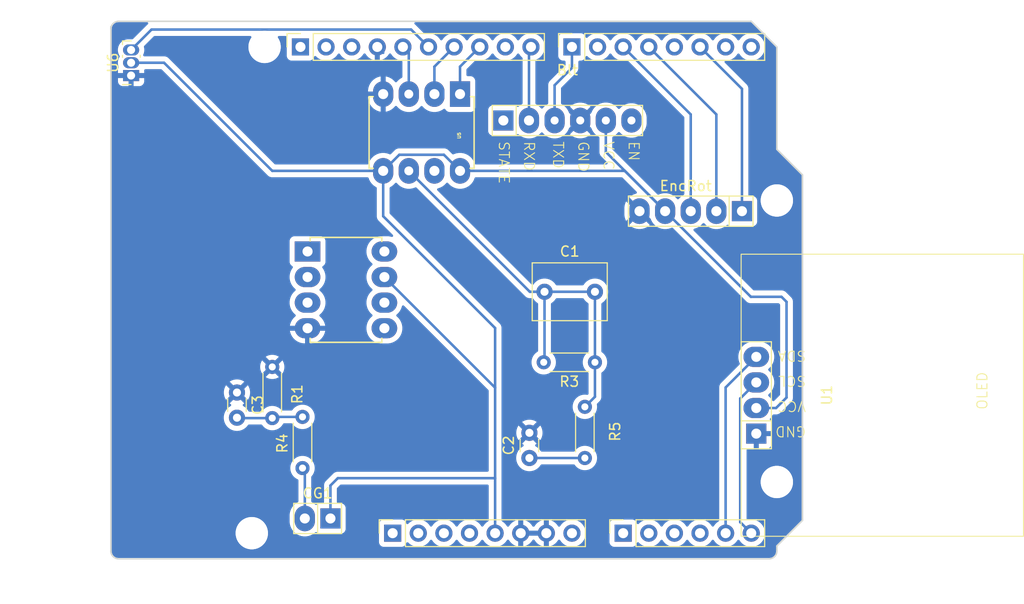
<source format=kicad_pcb>
(kicad_pcb (version 20241229) (generator "pcbnew") (generator_version "9.0")
  (title_block (date "mar. 31 mars 2015"))
  (layers (0 "F.Cu" signal) (2 "B.Cu" signal) (13 "F.Paste" user) (15 "B.Paste" user) (5 "F.SilkS" user "F.Silkscreen") (7 "B.SilkS" user "B.Silkscreen") (1 "F.Mask" user) (3 "B.Mask" user) (25 "Edge.Cuts" user))
  (net 0 "")
  (net 1 "GND")
  (net 3 "+5V")
  (net 4 "/IOREF")
  (net 5 "/A0")
  (net 6 "/A1")
  (net 7 "/A2")
  (net 8 "/A3")
  (net 9 "/AREF")
  (net 10 "/*9")
  (net 11 "/*6")
  (net 12 "/TX{slash}1")
  (net 13 "/*3")
  (net 14 "/RX{slash}0")
  (net 15 "+3V3")
  (net 16 "VCC")
  (net 17 "/~{RESET}")
  (net 18 "TXD")
  (net 19 "SCL")
  (net 20 "RXD")
  (net 21 "SDA")
  (net 24 "CLK")
  (net 25 "DT")
  (net 26 "SW")
  (net 27 "ADC")
  (net 28 "Net-(CG1-Pad2)")
  (net 29 "SDI")
  (net 30 "SCK")
  (net 31 "SS")
  (net 32 "/A5")
  (net 33 "/A4")
  (net 34 "Net-(LTC1050--IN)")
  (net 35 "Net-(LTC1050-OUT)")
  (net 36 "Net-(LTC1050-+IN)")
  (net 37 "PWR")
  (net 41 "Net-(U4-OUT)")
  (net 42 "Net-(U4--IN)")
  (net 43 "Net-(U4-+IN)")
  (footprint "Connector_PinSocket_2.54mm:PinSocket_1x08_P2.54mm_Vertical" (layer "F.Cu") (at 127.94 97.46 90)
    (property "Reference" "J1" (hide yes))
    (property "Value" "Power")
    (fp_line (start 1.33 -1.33) (end 1.33 0) (stroke (width 0.12)) (layer "F.SilkS"))
    (fp_line (start 0 -1.33) (end 1.33 -1.33) (stroke (width 0.12)) (layer "F.SilkS"))
    (fp_line (start 1.33 1.27) (end 1.33 19.11) (stroke (width 0.12)) (layer "F.SilkS"))
    (fp_line (start -1.33 1.27) (end 1.33 1.27) (stroke (width 0.12)) (layer "F.SilkS"))
    (fp_line (start -1.33 1.27) (end -1.33 19.11) (stroke (width 0.12)) (layer "F.SilkS"))
    (fp_line (start -1.33 19.11) (end 1.33 19.11) (stroke (width 0.12)) (layer "F.SilkS"))
    (pad "1" thru_hole rect (at 0 0 90) (size 1.7 1.7) (drill 1) (layers "*.Cu" "*.Mask"))
    (pad "2" thru_hole oval (at 0 2.54 90) (size 1.7 1.7) (drill 1) (layers "*.Cu" "*.Mask") (net 4 "/IOREF"))
    (pad "3" thru_hole oval (at 0 5.08 90) (size 1.7 1.7) (drill 1) (layers "*.Cu" "*.Mask") (net 17 "/~{RESET}"))
    (pad "4" thru_hole oval (at 0 7.62 90) (size 1.7 1.7) (drill 1) (layers "*.Cu" "*.Mask") (net 15 "+3V3"))
    (pad "5" thru_hole oval (at 0 10.16 90) (size 1.7 1.7) (drill 1) (layers "*.Cu" "*.Mask") (net 3 "+5V"))
    (pad "6" thru_hole oval (at 0 12.7 90) (size 1.7 1.7) (drill 1) (layers "*.Cu" "*.Mask") (net 1 "GND"))
    (pad "7" thru_hole oval (at 0 15.24 90) (size 1.7 1.7) (drill 1) (layers "*.Cu" "*.Mask") (net 1 "GND"))
    (pad "8" thru_hole oval (at 0 17.78 90) (size 1.7 1.7) (drill 1) (layers "*.Cu" "*.Mask") (net 16 "VCC"))
  )
  (footprint "Connector_PinSocket_2.54mm:PinSocket_1x06_P2.54mm_Vertical" (layer "F.Cu") (at 150.8 97.46 90)
    (property "Reference" "J3" (hide yes))
    (property "Value" "Analog")
    (fp_line (start 1.33 -1.33) (end 1.33 0) (stroke (width 0.12)) (layer "F.SilkS"))
    (fp_line (start 0 -1.33) (end 1.33 -1.33) (stroke (width 0.12)) (layer "F.SilkS"))
    (fp_line (start 1.33 1.27) (end 1.33 14.03) (stroke (width 0.12)) (layer "F.SilkS"))
    (fp_line (start -1.33 1.27) (end 1.33 1.27) (stroke (width 0.12)) (layer "F.SilkS"))
    (fp_line (start -1.33 1.27) (end -1.33 14.03) (stroke (width 0.12)) (layer "F.SilkS"))
    (fp_line (start -1.33 14.03) (end 1.33 14.03) (stroke (width 0.12)) (layer "F.SilkS"))
    (pad "1" thru_hole rect (at 0 0 90) (size 1.7 1.7) (drill 1) (layers "*.Cu" "*.Mask") (net 5 "/A0"))
    (pad "2" thru_hole oval (at 0 2.54 90) (size 1.7 1.7) (drill 1) (layers "*.Cu" "*.Mask") (net 6 "/A1"))
    (pad "3" thru_hole oval (at 0 5.08 90) (size 1.7 1.7) (drill 1) (layers "*.Cu" "*.Mask") (net 7 "/A2"))
    (pad "4" thru_hole oval (at 0 7.62 90) (size 1.7 1.7) (drill 1) (layers "*.Cu" "*.Mask") (net 8 "/A3"))
    (pad "5" thru_hole oval (at 0 10.16 90) (size 1.7 1.7) (drill 1) (layers "*.Cu" "*.Mask") (net 21 "SDA"))
    (pad "6" thru_hole oval (at 0 12.7 90) (size 1.7 1.7) (drill 1) (layers "*.Cu" "*.Mask") (net 19 "SCL"))
  )
  (footprint "Connector_PinSocket_2.54mm:PinSocket_1x10_P2.54mm_Vertical" (layer "F.Cu") (at 118.796 49.2 90)
    (property "Reference" "J2" (hide yes))
    (property "Value" "Digital/PWM")
    (fp_line (start 1.33 -1.33) (end 1.33 0) (stroke (width 0.12)) (layer "F.SilkS"))
    (fp_line (start 0 -1.33) (end 1.33 -1.33) (stroke (width 0.12)) (layer "F.SilkS"))
    (fp_line (start 1.33 1.27) (end 1.33 24.19) (stroke (width 0.12)) (layer "F.SilkS"))
    (fp_line (start -1.33 1.27) (end 1.33 1.27) (stroke (width 0.12)) (layer "F.SilkS"))
    (fp_line (start -1.33 1.27) (end -1.33 24.19) (stroke (width 0.12)) (layer "F.SilkS"))
    (fp_line (start -1.33 24.19) (end 1.33 24.19) (stroke (width 0.12)) (layer "F.SilkS"))
    (pad "1" thru_hole rect (at 0 0 90) (size 1.7 1.7) (drill 1) (layers "*.Cu" "*.Mask") (net 32 "/A5"))
    (pad "2" thru_hole oval (at 0 2.54 90) (size 1.7 1.7) (drill 1) (layers "*.Cu" "*.Mask") (net 33 "/A4"))
    (pad "3" thru_hole oval (at 0 5.08 90) (size 1.7 1.7) (drill 1) (layers "*.Cu" "*.Mask") (net 9 "/AREF"))
    (pad "4" thru_hole oval (at 0 7.62 90) (size 1.7 1.7) (drill 1) (layers "*.Cu" "*.Mask") (net 1 "GND"))
    (pad "5" thru_hole oval (at 0 10.16 90) (size 1.7 1.7) (drill 1) (layers "*.Cu" "*.Mask") (net 29 "SDI"))
    (pad "6" thru_hole oval (at 0 12.7 90) (size 1.7 1.7) (drill 1) (layers "*.Cu" "*.Mask") (net 37 "PWR"))
    (pad "7" thru_hole oval (at 0 15.24 90) (size 1.7 1.7) (drill 1) (layers "*.Cu" "*.Mask") (net 30 "SCK"))
    (pad "8" thru_hole oval (at 0 17.78 90) (size 1.7 1.7) (drill 1) (layers "*.Cu" "*.Mask") (net 31 "SS"))
    (pad "9" thru_hole oval (at 0 20.32 90) (size 1.7 1.7) (drill 1) (layers "*.Cu" "*.Mask") (net 10 "/*9"))
    (pad "10" thru_hole oval (at 0 22.86 90) (size 1.7 1.7) (drill 1) (layers "*.Cu" "*.Mask") (net 20 "RXD"))
  )
  (footprint "Connector_PinSocket_2.54mm:PinSocket_1x08_P2.54mm_Vertical" (layer "F.Cu") (at 145.72 49.2 90)
    (property "Reference" "J4" (hide yes))
    (property "Value" "Digital/PWM")
    (fp_line (start 1.33 -1.33) (end 1.33 0) (stroke (width 0.12)) (layer "F.SilkS"))
    (fp_line (start 0 -1.33) (end 1.33 -1.33) (stroke (width 0.12)) (layer "F.SilkS"))
    (fp_line (start 1.33 1.27) (end 1.33 19.11) (stroke (width 0.12)) (layer "F.SilkS"))
    (fp_line (start -1.33 1.27) (end 1.33 1.27) (stroke (width 0.12)) (layer "F.SilkS"))
    (fp_line (start -1.33 1.27) (end -1.33 19.11) (stroke (width 0.12)) (layer "F.SilkS"))
    (fp_line (start -1.33 19.11) (end 1.33 19.11) (stroke (width 0.12)) (layer "F.SilkS"))
    (pad "1" thru_hole rect (at 0 0 90) (size 1.7 1.7) (drill 1) (layers "*.Cu" "*.Mask") (net 18 "TXD"))
    (pad "2" thru_hole oval (at 0 2.54 90) (size 1.7 1.7) (drill 1) (layers "*.Cu" "*.Mask") (net 11 "/*6"))
    (pad "3" thru_hole oval (at 0 5.08 90) (size 1.7 1.7) (drill 1) (layers "*.Cu" "*.Mask") (net 26 "SW"))
    (pad "4" thru_hole oval (at 0 7.62 90) (size 1.7 1.7) (drill 1) (layers "*.Cu" "*.Mask") (net 25 "DT"))
    (pad "5" thru_hole oval (at 0 10.16 90) (size 1.7 1.7) (drill 1) (layers "*.Cu" "*.Mask") (net 13 "/*3"))
    (pad "6" thru_hole oval (at 0 12.7 90) (size 1.7 1.7) (drill 1) (layers "*.Cu" "*.Mask") (net 24 "CLK"))
    (pad "7" thru_hole oval (at 0 15.24 90) (size 1.7 1.7) (drill 1) (layers "*.Cu" "*.Mask") (net 12 "/TX{slash}1"))
    (pad "8" thru_hole oval (at 0 17.78 90) (size 1.7 1.7) (drill 1) (layers "*.Cu" "*.Mask") (net 14 "/RX{slash}0"))
  )
  (footprint "emprente:ENCODEUR ROTATION" (layer "F.Cu") (at 157.5 65.5 180)
    (property "Reference" "EncRot" (at 0.5 2.5 0) (layer "F.SilkS"))
    (property "Value" "~")
    (fp_line (start 6.18 1.5) (end -6.18 1.5) (stroke (width 0.12)) (layer "F.SilkS"))
    (fp_line (start 6.18 -1.5) (end 6.18 1.5) (stroke (width 0.12)) (layer "F.SilkS"))
    (fp_line (start -3.81 -1.5) (end -3.81 1.5) (stroke (width 0.12)) (layer "F.SilkS"))
    (fp_line (start -6.18 1.5) (end -6.18 -1.5) (stroke (width 0.12)) (layer "F.SilkS"))
    (fp_line (start -6.18 -1.5) (end 6.18 -1.5) (stroke (width 0.12)) (layer "F.SilkS"))
    (pad "1" thru_hole rect (at -5.08 0 180) (size 2 2) (drill 1) (layers "*.Cu" "*.Mask") (net 24 "CLK"))
    (pad "2" thru_hole oval (at -2.54 0 180) (size 2 2.54) (drill 1) (layers "*.Cu" "*.Mask") (net 25 "DT"))
    (pad "3" thru_hole oval (at 0 0 180) (size 2 2.54) (drill 1) (layers "*.Cu" "*.Mask") (net 26 "SW"))
    (pad "4" thru_hole oval (at 2.54 0 180) (size 2 2.54) (drill 1) (layers "*.Cu" "*.Mask") (net 3 "+5V"))
    (pad "5" thru_hole oval (at 5.08 0 180) (size 2 2.54) (drill 1) (layers "*.Cu" "*.Mask") (net 1 "GND"))
  )
  (footprint "My_footprints_Librairy:SIP-2" (layer "F.Cu") (at 120.5 96 180)
    (property "Reference" "CG1" (at 0 2.5 0) (layer "F.SilkS"))
    (property "Value" "~")
    (fp_line (start 2.37 1.5) (end -2.37 1.5) (stroke (width 0.12)) (layer "F.SilkS"))
    (fp_line (start 2.37 -1.5) (end 2.37 1.5) (stroke (width 0.12)) (layer "F.SilkS"))
    (fp_line (start 0 -1.5) (end 0 1.5) (stroke (width 0.12)) (layer "F.SilkS"))
    (fp_line (start -2.37 1.5) (end -2.37 -1.5) (stroke (width 0.12)) (layer "F.SilkS"))
    (fp_line (start -2.37 -1.5) (end 2.37 -1.5) (stroke (width 0.12)) (layer "F.SilkS"))
    (pad "1" thru_hole rect (at -1.27 0 180) (size 2 2) (drill 1) (layers "*.Cu" "*.Mask") (net 3 "+5V"))
    (pad "2" thru_hole oval (at 1.27 0 180) (size 2 2.54) (drill 1) (layers "*.Cu" "*.Mask") (net 28 "Net-(CG1-Pad2)"))
  )
  (footprint "Capacitor_THT:C_Rect_L7.2mm_W5.5mm_P5.00mm_FKS2_FKP2_MKS2_MKP2" (layer "F.Cu") (at 143 73.5)
    (property "Reference" "C1" (at 2.5 -4 0) (layer "F.SilkS"))
    (property "Value" "1u")
    (fp_line (start -1.22 -2.87) (end -1.22 2.87) (stroke (width 0.12)) (layer "F.SilkS"))
    (fp_line (start -1.22 -2.87) (end 6.22 -2.87) (stroke (width 0.12)) (layer "F.SilkS"))
    (fp_line (start -1.22 2.87) (end 6.22 2.87) (stroke (width 0.12)) (layer "F.SilkS"))
    (fp_line (start 6.22 -2.87) (end 6.22 2.87) (stroke (width 0.12)) (layer "F.SilkS"))
    (pad "1" thru_hole circle (at 0 0) (size 1.6 1.6) (drill 0.8) (layers "*.Cu" "*.Mask") (net 34 "Net-(LTC1050--IN)"))
    (pad "2" thru_hole circle (at 5 0) (size 1.6 1.6) (drill 0.8) (layers "*.Cu" "*.Mask") (net 35 "Net-(LTC1050-OUT)"))
  )
  (footprint "Arduino_MountingHole:MountingHole_3.2mm" (layer "F.Cu") (at 115.24 49.2)
    (property "Reference" "MH1" (hide yes))
    (property "Value" "MountingHole_3.2mm" (hide yes))
    (pad "" np_thru_hole circle (at 0 0) (size 3.2 3.2) (drill 3.2) (layers "*.Cu" "*.Mask"))
  )
  (footprint "Resistor_THT:R_Axial_DIN0204_L3.6mm_D1.6mm_P5.08mm_Horizontal" (layer "F.Cu") (at 116 80.96 -90)
    (property "Reference" "R1" (at 2.705 -2.48 90) (layer "F.SilkS"))
    (property "Value" "100k")
    (fp_line (start 0.62 0.92) (end 4.46 0.92) (stroke (width 0.12)) (layer "F.SilkS"))
    (fp_line (start 0.62 -0.92) (end 4.46 -0.92) (stroke (width 0.12)) (layer "F.SilkS"))
    (pad "1" thru_hole circle (at 0 0 270) (size 1.4 1.4) (drill 0.7) (layers "*.Cu" "*.Mask") (net 1 "GND"))
    (pad "2" thru_hole oval (at 5.08 0 270) (size 1.4 1.4) (drill 0.7) (layers "*.Cu" "*.Mask") (net 36 "Net-(LTC1050-+IN)"))
  )
  (footprint "LTC1050ACN8_PBF:PDIP-8_N" (layer "F.Cu") (at 127 61.5 -90)
    (property "Reference" "U5" (at -3.5 -7.54 90) (layer "F.SilkS") (effects (font (size 0.314961 0.314961))))
    (property "Value" "MCP41100")
    (fp_line (start -7.366 1.397) (end -0.254 1.397) (stroke (width 0.1524)) (layer "F.SilkS"))
    (fp_line (start -0.254 1.397) (end -0.254 0.9906) (stroke (width 0.1524)) (layer "F.SilkS"))
    (fp_line (start -7.366 0.9906) (end -7.366 1.397) (stroke (width 0.1524)) (layer "F.SilkS"))
    (fp_line (start -0.254 -8.6106) (end -0.254 -9.017) (stroke (width 0.1524)) (layer "F.SilkS"))
    (fp_line (start -7.366 -9.017) (end -7.366 -8.6614) (stroke (width 0.1524)) (layer "F.SilkS"))
    (fp_line (start -0.254 -9.017) (end -7.366 -9.017) (stroke (width 0.1524)) (layer "F.SilkS"))
    (pad "1" thru_hole rect (at -7.62 -7.62 270) (size 2.54 2) (drill 1) (layers "*.Cu" "*.Mask") (net 31 "SS"))
    (pad "2" thru_hole oval (at -7.62 -5.08 270) (size 2.54 2) (drill 1) (layers "*.Cu" "*.Mask") (net 30 "SCK"))
    (pad "3" thru_hole oval (at -7.62 -2.54 270) (size 2.54 2) (drill 0.889) (layers "*.Cu" "*.Mask") (net 29 "SDI"))
    (pad "4" thru_hole oval (at -7.62 0 270) (size 2.54 2) (drill 1) (layers "*.Cu" "*.Mask") (net 1 "GND"))
    (pad "5" thru_hole oval (at 0 0 270) (size 2.54 2) (drill 1) (layers "*.Cu" "*.Mask") (net 3 "+5V"))
    (pad "6" thru_hole oval (at 0 -2.54 270) (size 2.54 2) (drill 0.889) (layers "*.Cu" "*.Mask") (net 34 "Net-(LTC1050--IN)"))
    (pad "7" thru_hole oval (at 0 -5.08 270) (size 2.54 2) (drill 1) (layers "*.Cu" "*.Mask") (net 1 "GND"))
    (pad "8" thru_hole oval (at 0 -7.62 270) (size 2.54 2) (drill 1) (layers "*.Cu" "*.Mask") (net 3 "+5V"))
  )
  (footprint "Capacitor_THT:C_Disc_D3.0mm_W1.6mm_P2.50mm" (layer "F.Cu") (at 112.5 83.5 -90)
    (property "Reference" "C3" (at 1.25 -2.05 90) (layer "F.SilkS"))
    (property "Value" "100n")
    (fp_line (start 0.621 0.92) (end 1.879 0.92) (stroke (width 0.12)) (layer "F.SilkS"))
    (fp_line (start 0.621 -0.92) (end 1.879 -0.92) (stroke (width 0.12)) (layer "F.SilkS"))
    (pad "1" thru_hole circle (at 0 0 270) (size 1.6 1.6) (drill 0.8) (layers "*.Cu" "*.Mask") (net 1 "GND"))
    (pad "2" thru_hole circle (at 2.5 0 270) (size 1.6 1.6) (drill 0.8) (layers "*.Cu" "*.Mask") (net 36 "Net-(LTC1050-+IN)"))
  )
  (footprint "Resistor_THT:R_Axial_DIN0204_L3.6mm_D1.6mm_P5.08mm_Horizontal" (layer "F.Cu") (at 119 91 90)
    (property "Reference" "R4" (at 2.46 -2 90) (layer "F.SilkS"))
    (property "Value" "10k")
    (fp_line (start 0.62 -0.92) (end 4.46 -0.92) (stroke (width 0.12)) (layer "F.SilkS"))
    (fp_line (start 0.62 0.92) (end 4.46 0.92) (stroke (width 0.12)) (layer "F.SilkS"))
    (pad "1" thru_hole circle (at 0 0 90) (size 1.4 1.4) (drill 0.7) (layers "*.Cu" "*.Mask") (net 28 "Net-(CG1-Pad2)"))
    (pad "2" thru_hole oval (at 5.08 0 90) (size 1.4 1.4) (drill 0.7) (layers "*.Cu" "*.Mask") (net 36 "Net-(LTC1050-+IN)"))
  )
  (footprint "emprente:BLUETOOTH2" (layer "F.Cu") (at 145.27 56.5)
    (property "Reference" "Blt" (at 0 -5 0) (layer "F.SilkS"))
    (property "Value" "~")
    (fp_line (start -7.45 -1.5) (end 7.45 -1.5) (stroke (width 0.12)) (layer "F.SilkS"))
    (fp_line (start -7.45 1.5) (end -7.45 -1.5) (stroke (width 0.12)) (layer "F.SilkS"))
    (fp_line (start -5.08 -1.5) (end -5.08 1.5) (stroke (width 0.12)) (layer "F.SilkS"))
    (fp_line (start 7.45 -1.5) (end 7.45 1.5) (stroke (width 0.12)) (layer "F.SilkS"))
    (fp_line (start 7.45 1.5) (end -7.45 1.5) (stroke (width 0.12)) (layer "F.SilkS"))
    (fp_text user "VCC" (at 3.5 2 270) (layer "F.SilkS") (effects (font (thickness 0.1)) (justify left bottom)))
    (fp_text user "RXD" (at -4.38 2 270) (layer "F.SilkS") (effects (font (thickness 0.1)) (justify left bottom)))
    (fp_text user "STATE" (at -6.88 2 270) (layer "F.SilkS") (effects (font (thickness 0.1)) (justify left bottom)))
    (fp_text user "GND" (at 1 2 270) (layer "F.SilkS") (effects (font (thickness 0.1)) (justify left bottom)))
    (fp_text user "TXD" (at -1.5 2 270) (layer "F.SilkS") (effects (font (thickness 0.1)) (justify left bottom)))
    (fp_text user "EN" (at 6 2 270) (layer "F.SilkS") (effects (font (thickness 0.1)) (justify left bottom)))
    (pad "1" thru_hole rect (at -6.35 0) (size 2 2) (drill 1) (layers "*.Cu" "*.Mask"))
    (pad "2" thru_hole oval (at -3.81 0) (size 2 2.54) (drill 1) (layers "*.Cu" "*.Mask") (net 20 "RXD"))
    (pad "3" thru_hole oval (at -1.27 0) (size 2 2.54) (drill 0.8) (layers "*.Cu" "*.Mask") (net 18 "TXD"))
    (pad "4" thru_hole oval (at 1.27 0) (size 2 2.54) (drill 0.8) (layers "*.Cu" "*.Mask") (net 1 "GND"))
    (pad "5" thru_hole oval (at 3.81 0) (size 2 2.54) (drill 0.8) (layers "*.Cu" "*.Mask") (net 3 "+5V"))
    (pad "6" thru_hole oval (at 6.35 0) (size 2 2.4) (drill 0.8) (layers "*.Cu" "*.Mask"))
  )
  (footprint "emprente:SIP-4" (layer "F.Cu") (at 164 83.77 90)
    (property "Reference" "U1" (at 0 7 90) (layer "F.SilkS"))
    (property "Value" "~")
    (fp_line (start 5.31 -1.5) (end 5.31 1.5) (stroke (width 0.12)) (layer "F.SilkS"))
    (fp_line (start -2.54 -1.5) (end -2.54 1.5) (stroke (width 0.12)) (layer "F.SilkS"))
    (fp_line (start -5.31 -1.5) (end 5.31 -1.5) (stroke (width 0.12)) (layer "F.SilkS"))
    (fp_line (start 5.31 1.5) (end -5.31 1.5) (stroke (width 0.12)) (layer "F.SilkS"))
    (fp_line (start -5.31 1.5) (end -5.31 -1.5) (stroke (width 0.12)) (layer "F.SilkS"))
    (fp_rect (start -14 -1.5) (end 14 26.5) (stroke (width 0.1)) (fill no) (layer "F.SilkS"))
    (fp_text user "GND" (at -3 5 180) (layer "F.SilkS") (effects (font (thickness 0.1)) (justify left bottom)))
    (fp_text user "SCL" (at 2 5 180) (layer "F.SilkS") (effects (font (thickness 0.1)) (justify left bottom)))
    (fp_text user "SDA" (at 4.5 5 180) (layer "F.SilkS") (effects (font (thickness 0.1)) (justify left bottom)))
    (fp_text user "VCC" (at -0.5 5 180) (layer "F.SilkS") (effects (font (thickness 0.1)) (justify left bottom)))
    (fp_text user "OLED" (at -1.5 23 90) (layer "F.SilkS") (effects (font (thickness 0.1)) (justify left bottom)))
    (pad "1" thru_hole rect (at -3.81 0 90) (size 2 2) (drill 1) (layers "*.Cu" "*.Mask") (net 1 "GND"))
    (pad "2" thru_hole oval (at -1.27 0 90) (size 2 2.54) (drill 1) (layers "*.Cu" "*.Mask") (net 3 "+5V"))
    (pad "3" thru_hole oval (at 1.27 0 90) (size 2 2.54) (drill 1) (layers "*.Cu" "*.Mask") (net 19 "SCL"))
    (pad "4" thru_hole oval (at 3.81 0 90) (size 2 2.54) (drill 1) (layers "*.Cu" "*.Mask") (net 21 "SDA"))
  )
  (footprint "LTC1050ACN8_PBF:PDIP-8_N" (layer "F.Cu") (at 127.12 77.12)
    (property "Reference" "U4" (hide yes))
    (property "Value" "LTC1050ACN8_PBF")
    (fp_line (start -7.366 -9.017) (end -7.366 -8.6614) (stroke (width 0.1524)) (layer "F.SilkS"))
    (fp_line (start -7.366 0.9906) (end -7.366 1.397) (stroke (width 0.1524)) (layer "F.SilkS"))
    (fp_line (start -7.366 1.397) (end -0.254 1.397) (stroke (width 0.1524)) (layer "F.SilkS"))
    (fp_line (start -0.254 -9.017) (end -7.366 -9.017) (stroke (width 0.1524)) (layer "F.SilkS"))
    (fp_line (start -0.254 -8.6106) (end -0.254 -9.017) (stroke (width 0.1524)) (layer "F.SilkS"))
    (fp_line (start -0.254 1.397) (end -0.254 0.9906) (stroke (width 0.1524)) (layer "F.SilkS"))
    (pad "1" thru_hole rect (at -7.62 -7.62) (size 2.54 2) (drill 1) (layers "*.Cu" "*.Mask"))
    (pad "2" thru_hole oval (at -7.62 -5.08) (size 2.54 2) (drill 1) (layers "*.Cu" "*.Mask") (net 42 "Net-(U4--IN)"))
    (pad "3" thru_hole oval (at -7.62 -2.54) (size 2.54 2) (drill 1) (layers "*.Cu" "*.Mask") (net 43 "Net-(U4-+IN)"))
    (pad "4" thru_hole oval (at -7.62 0) (size 2.54 2) (drill 1) (layers "*.Cu" "*.Mask") (net 1 "GND"))
    (pad "5" thru_hole oval (at 0 0) (size 2.54 2) (drill 1) (layers "*.Cu" "*.Mask"))
    (pad "6" thru_hole oval (at 0 -2.54) (size 2.54 2) (drill 1) (layers "*.Cu" "*.Mask") (net 41 "Net-(U4-OUT)"))
    (pad "7" thru_hole oval (at 0 -5.08) (size 2.54 2) (drill 1) (layers "*.Cu" "*.Mask") (net 3 "+5V"))
    (pad "8" thru_hole oval (at 0 -7.62) (size 2.54 2) (drill 1) (layers "*.Cu" "*.Mask"))
  )
  (footprint "Arduino_MountingHole:MountingHole_3.2mm" (layer "F.Cu") (at 113.97 97.46)
    (property "Reference" "MH2" (hide yes))
    (property "Value" "MountingHole_3.2mm" (hide yes))
    (pad "" np_thru_hole circle (at 0 0) (size 3.2 3.2) (drill 3.2) (layers "*.Cu" "*.Mask"))
  )
  (footprint "Arduino_MountingHole:MountingHole_3.2mm" (layer "F.Cu") (at 166.04 64.44)
    (property "Reference" "MH3" (hide yes))
    (property "Value" "MountingHole_3.2mm" (hide yes))
    (pad "" np_thru_hole circle (at 0 0) (size 3.2 3.2) (drill 3.2) (layers "*.Cu" "*.Mask"))
  )
  (footprint "Arduino_MountingHole:MountingHole_3.2mm" (layer "F.Cu") (at 166.04 92.38)
    (property "Reference" "MH4" (hide yes))
    (property "Value" "MountingHole_3.2mm" (hide yes))
    (pad "" np_thru_hole circle (at 0 0) (size 3.2 3.2) (drill 3.2) (layers "*.Cu" "*.Mask"))
  )
  (footprint "Resistor_THT:R_Axial_DIN0204_L3.6mm_D1.6mm_P5.08mm_Horizontal" (layer "F.Cu") (at 148 80.5 180)
    (property "Reference" "R3" (at 2.54 -1.92 0) (layer "F.SilkS"))
    (property "Value" "100k")
    (fp_line (start 0.62 0.92) (end 4.46 0.92) (stroke (width 0.12)) (layer "F.SilkS"))
    (fp_line (start 0.62 -0.92) (end 4.46 -0.92) (stroke (width 0.12)) (layer "F.SilkS"))
    (pad "1" thru_hole circle (at 0 0 180) (size 1.4 1.4) (drill 0.7) (layers "*.Cu" "*.Mask") (net 35 "Net-(LTC1050-OUT)"))
    (pad "2" thru_hole oval (at 5.08 0 180) (size 1.4 1.4) (drill 0.7) (layers "*.Cu" "*.Mask") (net 34 "Net-(LTC1050--IN)"))
  )
  (footprint "Sensor_Current:Allegro_SIP-3" (layer "F.Cu") (at 102 52.04 90)
    (property "Reference" "U6" (at 1.27 -1.8 90) (layer "F.SilkS"))
    (property "Value" "~")
    (fp_line (start 3.435 -0.85) (end 3.07 -0.85) (stroke (width 0.12)) (layer "F.SilkS"))
    (fp_line (start 3.435 -0.85) (end 3.435 0) (stroke (width 0.12)) (layer "F.SilkS"))
    (fp_line (start 2.01 -0.85) (end 1.8 -0.85) (stroke (width 0.12)) (layer "F.SilkS"))
    (fp_line (start -0.895 0) (end -0.895 -0.85) (stroke (width 0.12)) (layer "F.SilkS"))
    (fp_line (start 2.01 0.91) (end 1.8 0.91) (stroke (width 0.12)) (layer "F.SilkS"))
    (pad "1" thru_hole rect (at 0 0 90) (size 1.1 1.6) (drill 0.8) (layers "*.Cu" "*.Mask") (net 1 "GND"))
    (pad "2" thru_hole oval (at 1.27 0 90) (size 1.1 1.6) (drill 0.8) (layers "*.Cu" "*.Mask") (net 3 "+5V"))
    (pad "3" thru_hole oval (at 2.54 0 90) (size 1.1 1.6) (drill 0.8) (layers "*.Cu" "*.Mask") (net 37 "PWR"))
  )
  (footprint "Capacitor_THT:C_Disc_D3.0mm_W1.6mm_P2.50mm" (layer "F.Cu") (at 141.5 90 90)
    (property "Reference" "C2" (at 1.25 -2.05 90) (layer "F.SilkS"))
    (property "Value" "100n")
    (fp_line (start 0.621 -0.92) (end 1.879 -0.92) (stroke (width 0.12)) (layer "F.SilkS"))
    (fp_line (start 0.621 0.92) (end 1.879 0.92) (stroke (width 0.12)) (layer "F.SilkS"))
    (pad "1" thru_hole circle (at 0 0 90) (size 1.6 1.6) (drill 0.8) (layers "*.Cu" "*.Mask") (net 27 "ADC"))
    (pad "2" thru_hole circle (at 2.5 0 90) (size 1.6 1.6) (drill 0.8) (layers "*.Cu" "*.Mask") (net 1 "GND"))
  )
  (footprint "Resistor_THT:R_Axial_DIN0204_L3.6mm_D1.6mm_P5.08mm_Horizontal" (layer "F.Cu") (at 147 84.92 -90)
    (property "Reference" "R5" (at 2.46 -3 90) (layer "F.SilkS"))
    (property "Value" "1k")
    (fp_line (start 0.62 0.92) (end 4.46 0.92) (stroke (width 0.12)) (layer "F.SilkS"))
    (fp_line (start 0.62 -0.92) (end 4.46 -0.92) (stroke (width 0.12)) (layer "F.SilkS"))
    (pad "1" thru_hole circle (at 0 0 270) (size 1.4 1.4) (drill 0.7) (layers "*.Cu" "*.Mask") (net 35 "Net-(LTC1050-OUT)"))
    (pad "2" thru_hole oval (at 5.08 0 270) (size 1.4 1.4) (drill 0.7) (layers "*.Cu" "*.Mask") (net 27 "ADC"))
  )
  (gr_line (start 166.04 59.36) (end 168.58 61.9) (stroke (width 0.15)) (layer "Edge.Cuts"))
  (gr_line (start 100 99.238) (end 100 47.184) (stroke (width 0.15)) (layer "Edge.Cuts"))
  (gr_line (start 168.58 61.9) (end 168.58 96.19) (stroke (width 0.15)) (layer "Edge.Cuts"))
  (gr_line (start 165.278 100) (end 100.762 100) (stroke (width 0.15)) (layer "Edge.Cuts"))
  (gr_line (start 100.762 46.66) (end 163.5 46.66) (stroke (width 0.15)) (layer "Edge.Cuts"))
  (gr_arc (start 100.762 100) (mid 100.223185 99.776815) (end 100 99.238) (stroke (width 0.15)) (layer "Edge.Cuts"))
  (gr_line (start 168.58 96.19) (end 166.04 98.73) (stroke (width 0.15)) (layer "Edge.Cuts"))
  (gr_line (start 163.5 46.66) (end 166.04 49.2) (stroke (width 0.15)) (layer "Edge.Cuts"))
  (gr_arc (start 166.04 99.238) (mid 165.816815 99.776815) (end 165.278 100) (stroke (width 0.15)) (layer "Edge.Cuts"))
  (gr_line (start 166.04 49.2) (end 166.04 59.36) (stroke (width 0.15)) (layer "Edge.Cuts"))
  (gr_line (start 166.04 98.73) (end 166.04 99.238) (stroke (width 0.15)) (layer "Edge.Cuts"))
  (gr_arc (start 100 47.422) (mid 100.223185 46.883185) (end 100.762 46.66) (stroke (width 0.15)) (layer "Edge.Cuts"))
  (segment (start 127 49.784) (end 126.416 49.2) (width 0.25) (layer "B.Cu") (net 1))
  (segment (start 103.08 80.42) (end 103 80.5) (width 0.25) (layer "B.Cu") (net 1))
  (segment (start 138.1 83.02) (end 138.1 92) (width 0.25) (layer "B.Cu") (net 3))
  (segment (start 128.596 59.904) (end 133.024 59.904) (width 0.25) (layer "B.Cu") (net 3))
  (segment (start 149.08 56.5) (end 149.08 59.62) (width 0.25) (layer "B.Cu") (net 3))
  (segment (start 127 61.5) (end 128.596 59.904) (width 0.25) (layer "B.Cu") (net 3))
  (segment (start 127 66) (end 138.1 77.1) (width 0.25) (layer "B.Cu") (net 3))
  (segment (start 165.96 85.04) (end 167 84) (width 0.25) (layer "B.Cu") (net 3))
  (segment (start 121.77 92.73) (end 122.5 92) (width 0.25) (layer "B.Cu") (net 3))
  (segment (start 102 50.77) (end 105.27 50.77) (width 0.25) (layer "B.Cu") (net 3))
  (segment (start 154.96 65.5) (end 150.96 61.5) (width 0.25) (layer "B.Cu") (net 3))
  (segment (start 127 61.5) (end 127 66) (width 0.25) (layer "B.Cu") (net 3))
  (segment (start 167 84) (end 167 74.5) (width 0.25) (layer "B.Cu") (net 3))
  (segment (start 116 61.5) (end 127 61.5) (width 0.25) (layer "B.Cu") (net 3))
  (segment (start 121.77 96) (end 121.77 92.73) (width 0.25) (layer "B.Cu") (net 3))
  (segment (start 167 74.5) (end 166.5 74) (width 0.25) (layer "B.Cu") (net 3))
  (segment (start 163.46 74) (end 154.96 65.5) (width 0.25) (layer "B.Cu") (net 3))
  (segment (start 150.96 61.5) (end 134.62 61.5) (width 0.25) (layer "B.Cu") (net 3))
  (segment (start 149.08 59.62) (end 154.96 65.5) (width 0.25) (layer "B.Cu") (net 3))
  (segment (start 133.024 59.904) (end 134.62 61.5) (width 0.25) (layer "B.Cu") (net 3))
  (segment (start 127.12 72.04) (end 138.1 83.02) (width 0.25) (layer "B.Cu") (net 3))
  (segment (start 166.5 74) (end 163.46 74) (width 0.25) (layer "B.Cu") (net 3))
  (segment (start 138.5 97.86) (end 138.1 97.46) (width 0.25) (layer "B.Cu") (net 3))
  (segment (start 138.1 92) (end 138.1 97.46) (width 0.25) (layer "B.Cu") (net 3))
  (segment (start 122.5 92) (end 138.1 92) (width 0.25) (layer "B.Cu") (net 3))
  (segment (start 164 85.04) (end 165.96 85.04) (width 0.25) (layer "B.Cu") (net 3))
  (segment (start 105.27 50.77) (end 116 61.5) (width 0.25) (layer "B.Cu") (net 3))
  (segment (start 138.1 77.1) (end 138.1 83.02) (width 0.25) (layer "B.Cu") (net 3))
  (segment (start 144 53) (end 145.72 51.28) (width 0.25) (layer "B.Cu") (net 18))
  (segment (start 145.72 51.28) (end 145.72 49.2) (width 0.25) (layer "B.Cu") (net 18))
  (segment (start 144 56.5) (end 144 53) (width 0.25) (layer "B.Cu") (net 18))
  (segment (start 162.404 96.364) (end 163.5 97.46) (width 0.25) (layer "B.Cu") (net 19))
  (segment (start 162.404 84.096) (end 162.404 96.364) (width 0.25) (layer "B.Cu") (net 19))
  (segment (start 164 82.5) (end 162.404 84.096) (width 0.25) (layer "B.Cu") (net 19))
  (segment (start 141.46 49.396) (end 141.656 49.2) (width 0.25) (layer "B.Cu") (net 20))
  (segment (start 141.46 56.5) (end 141.46 49.396) (width 0.25) (layer "B.Cu") (net 20))
  (segment (start 160.96 83) (end 160.96 97.46) (width 0.25) (layer "B.Cu") (net 21))
  (segment (start 164 79.96) (end 160.96 83) (width 0.25) (layer "B.Cu") (net 21))
  (segment (start 162.58 53.36) (end 158.42 49.2) (width 0.25) (layer "B.Cu") (net 24))
  (segment (start 162.58 65.5) (end 162.58 53.36) (width 0.25) (layer "B.Cu") (net 24))
  (segment (start 160.04 55.9) (end 153.34 49.2) (width 0.25) (layer "B.Cu") (net 25))
  (segment (start 160.04 65.5) (end 160.04 55.9) (width 0.25) (layer "B.Cu") (net 25))
  (segment (start 157.5 55.9) (end 150.8 49.2) (width 0.25) (layer "B.Cu") (net 26))
  (segment (start 157.5 65.5) (end 157.5 55.9) (width 0.25) (layer "B.Cu") (net 26))
  (segment (start 147 90) (end 141.5 90) (width 0.25) (layer "B.Cu") (net 27))
  (segment (start 119.23 96) (end 119.23 91.23) (width 0.25) (layer "B.Cu") (net 28))
  (segment (start 119.23 91.23) (end 119 91) (width 0.25) (layer "B.Cu") (net 28))
  (segment (start 129.54 53.88) (end 129.54 49.784) (width 0.25) (layer "B.Cu") (net 29))
  (segment (start 129.54 49.784) (end 128.956 49.2) (width 0.25) (layer "B.Cu") (net 29))
  (segment (start 132.08 53.88) (end 132.08 51.156) (width 0.25) (layer "B.Cu") (net 30))
  (segment (start 132.08 51.156) (end 134.036 49.2) (width 0.25) (layer "B.Cu") (net 30))
  (segment (start 134.62 53.88) (end 134.62 51.156) (width 0.25) (layer "B.Cu") (net 31))
  (segment (start 134.62 51.156) (end 136.576 49.2) (width 0.25) (layer "B.Cu") (net 31))
  (segment (start 121.336 49.2) (end 121.2 49.2) (width 0.25) (layer "B.Cu") (net 33))
  (segment (start 121.2 49.2) (end 121 49) (width 0.25) (layer "B.Cu") (net 33))
  (segment (start 148 73.5) (end 141.54 73.5) (width 0.25) (layer "B.Cu") (net 34))
  (segment (start 143 80.42) (end 142.92 80.5) (width 0.25) (layer "B.Cu") (net 34))
  (segment (start 141.54 73.5) (end 129.54 61.5) (width 0.25) (layer "B.Cu") (net 34))
  (segment (start 143 73.5) (end 143 80.42) (width 0.25) (layer "B.Cu") (net 34))
  (segment (start 148 73.5) (end 148 80.5) (width 0.25) (layer "B.Cu") (net 35))
  (segment (start 147.08 85) (end 147 84.92) (width 0.25) (layer "B.Cu") (net 35))
  (segment (start 148 80.5) (end 148 83.92) (width 0.25) (layer "B.Cu") (net 35))
  (segment (start 148 83.92) (end 147 84.92) (width 0.25) (layer "B.Cu") (net 35))
  (segment (start 112.54 86.04) (end 112.5 86) (width 0.25) (layer "B.Cu") (net 36))
  (segment (start 116 86.04) (end 112.54 86.04) (width 0.25) (layer "B.Cu") (net 36))
  (segment (start 119 85.92) (end 116.12 85.92) (width 0.25) (layer "B.Cu") (net 36))
  (segment (start 116.12 85.92) (end 116 86.04) (width 0.25) (layer "B.Cu") (net 36))
  (segment (start 102 49.5) (end 104.026 47.474) (width 0.25) (layer "B.Cu") (net 37))
  (segment (start 104.026 47.474) (end 129.77 47.474) (width 0.25) (layer "B.Cu") (net 37))
  (segment (start 129.77 47.474) (end 131.496 49.2) (width 0.25) (layer "B.Cu") (net 37))
  (zone (net 1) (net_name "GND") (layer "B.Cu") (connect_pads (clearance 0.508)) (min_thickness 0.25) (fill yes (thermal_gap 0.5) (thermal_bridge_width 0.5))
    (polygon (pts (xy 89.5 45) (xy 89 104.5) (xy 175.5 104) (xy 176 45)))
  )
)
</source>
